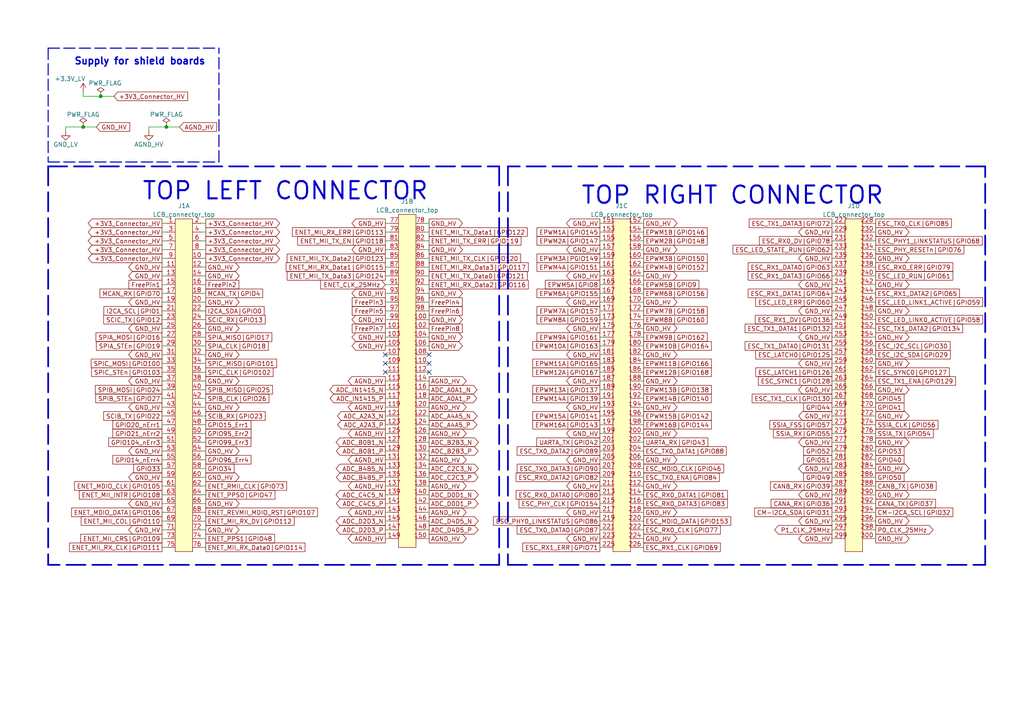
<source format=kicad_sch>
(kicad_sch (version 20211123) (generator eeschema)
  (paper "A4")
  (junction (at 29.21 27.94))
  (junction (at 48.26 36.83))
  (junction (at 24.13 36.83))
  (no_connect (at 124.46 107.95))
  (no_connect (at 124.46 102.87))
  (no_connect (at 111.76 107.95))
  (no_connect (at 124.46 105.41))
  (no_connect (at 111.76 105.41))
  (no_connect (at 111.76 102.87))
  (wire (pts (xy 111.76 130.81) (xy 113.03 130.81)))
  (wire (pts (xy 252.73 97.79) (xy 254 97.79)))
  (wire (pts (xy 241.3 85.09) (xy 242.57 85.09)))
  (wire (pts (xy 58.42 151.13) (xy 59.69 151.13)))
  (wire (pts (xy 173.99 67.31) (xy 175.26 67.31)))
  (wire (pts (xy 58.42 105.41) (xy 59.69 105.41)))
  (wire (pts (xy 173.99 95.25) (xy 175.26 95.25)))
  (wire (pts (xy 123.19 128.27) (xy 124.46 128.27)))
  (wire (pts (xy 46.99 64.77) (xy 48.26 64.77)))
  (wire (pts (xy 185.42 113.03) (xy 186.69 113.03)))
  (wire (pts (xy 241.3 102.87) (xy 242.57 102.87)))
  (wire (pts (xy 111.76 92.71) (xy 113.03 92.71)))
  (wire (pts (xy 46.99 148.59) (xy 48.26 148.59)))
  (wire (pts (xy 111.76 146.05) (xy 113.03 146.05)))
  (wire (pts (xy 111.76 64.77) (xy 113.03 64.77)))
  (wire (pts (xy 173.99 151.13) (xy 175.26 151.13)))
  (wire (pts (xy 252.73 87.63) (xy 254 87.63)))
  (polyline (pts (xy 285.75 163.83) (xy 285.75 48.26)) (stroke (width 0.5) (type dash)))
  (wire (pts (xy 185.42 67.31) (xy 186.69 67.31)))
  (wire (pts (xy 173.99 138.43) (xy 175.26 138.43)))
  (wire (pts (xy 58.42 146.05) (xy 59.69 146.05)))
  (wire (pts (xy 252.73 156.21) (xy 254 156.21)))
  (wire (pts (xy 111.76 148.59) (xy 113.03 148.59)))
  (wire (pts (xy 46.99 82.55) (xy 48.26 82.55)))
  (wire (pts (xy 58.42 80.01) (xy 59.69 80.01)))
  (wire (pts (xy 123.19 130.81) (xy 124.46 130.81)))
  (wire (pts (xy 58.42 110.49) (xy 59.69 110.49)))
  (wire (pts (xy 111.76 151.13) (xy 113.03 151.13)))
  (wire (pts (xy 185.42 138.43) (xy 186.69 138.43)))
  (wire (pts (xy 241.3 143.51) (xy 242.57 143.51)))
  (wire (pts (xy 241.3 130.81) (xy 242.57 130.81)))
  (wire (pts (xy 252.73 100.33) (xy 254 100.33)))
  (wire (pts (xy 111.76 72.39) (xy 113.03 72.39)))
  (wire (pts (xy 58.42 123.19) (xy 59.69 123.19)))
  (wire (pts (xy 173.99 77.47) (xy 175.26 77.47)))
  (wire (pts (xy 241.3 135.89) (xy 242.57 135.89)))
  (wire (pts (xy 185.42 92.71) (xy 186.69 92.71)))
  (wire (pts (xy 111.76 105.41) (xy 113.03 105.41)))
  (wire (pts (xy 123.19 123.19) (xy 124.46 123.19)))
  (wire (pts (xy 252.73 74.93) (xy 254 74.93)))
  (wire (pts (xy 27.94 36.83) (xy 24.13 36.83)))
  (wire (pts (xy 241.3 146.05) (xy 242.57 146.05)))
  (wire (pts (xy 46.99 128.27) (xy 48.26 128.27)))
  (wire (pts (xy 58.42 125.73) (xy 59.69 125.73)))
  (wire (pts (xy 173.99 115.57) (xy 175.26 115.57)))
  (wire (pts (xy 111.76 90.17) (xy 113.03 90.17)))
  (wire (pts (xy 58.42 77.47) (xy 59.69 77.47)))
  (polyline (pts (xy 285.75 48.26) (xy 147.32 48.26)) (stroke (width 0.5) (type dash)))
  (wire (pts (xy 241.3 67.31) (xy 242.57 67.31)))
  (wire (pts (xy 58.42 135.89) (xy 59.69 135.89)))
  (wire (pts (xy 241.3 151.13) (xy 242.57 151.13)))
  (wire (pts (xy 241.3 133.35) (xy 242.57 133.35)))
  (wire (pts (xy 252.73 64.77) (xy 254 64.77)))
  (wire (pts (xy 123.19 140.97) (xy 124.46 140.97)))
  (wire (pts (xy 29.21 27.94) (xy 24.13 27.94)))
  (wire (pts (xy 46.99 97.79) (xy 48.26 97.79)))
  (wire (pts (xy 185.42 130.81) (xy 186.69 130.81)))
  (wire (pts (xy 252.73 72.39) (xy 254 72.39)))
  (wire (pts (xy 173.99 143.51) (xy 175.26 143.51)))
  (wire (pts (xy 173.99 128.27) (xy 175.26 128.27)))
  (wire (pts (xy 111.76 67.31) (xy 113.03 67.31)))
  (wire (pts (xy 185.42 151.13) (xy 186.69 151.13)))
  (wire (pts (xy 123.19 87.63) (xy 124.46 87.63)))
  (wire (pts (xy 185.42 102.87) (xy 186.69 102.87)))
  (wire (pts (xy 111.76 80.01) (xy 113.03 80.01)))
  (wire (pts (xy 58.42 153.67) (xy 59.69 153.67)))
  (wire (pts (xy 241.3 95.25) (xy 242.57 95.25)))
  (wire (pts (xy 185.42 72.39) (xy 186.69 72.39)))
  (wire (pts (xy 185.42 64.77) (xy 186.69 64.77)))
  (wire (pts (xy 111.76 100.33) (xy 113.03 100.33)))
  (wire (pts (xy 173.99 148.59) (xy 175.26 148.59)))
  (wire (pts (xy 123.19 120.65) (xy 124.46 120.65)))
  (wire (pts (xy 123.19 82.55) (xy 124.46 82.55)))
  (wire (pts (xy 241.3 87.63) (xy 242.57 87.63)))
  (wire (pts (xy 185.42 156.21) (xy 186.69 156.21)))
  (wire (pts (xy 58.42 113.03) (xy 59.69 113.03)))
  (wire (pts (xy 123.19 156.21) (xy 124.46 156.21)))
  (wire (pts (xy 123.19 153.67) (xy 124.46 153.67)))
  (wire (pts (xy 111.76 95.25) (xy 113.03 95.25)))
  (wire (pts (xy 173.99 110.49) (xy 175.26 110.49)))
  (wire (pts (xy 185.42 135.89) (xy 186.69 135.89)))
  (wire (pts (xy 241.3 123.19) (xy 242.57 123.19)))
  (wire (pts (xy 123.19 143.51) (xy 124.46 143.51)))
  (wire (pts (xy 111.76 123.19) (xy 113.03 123.19)))
  (wire (pts (xy 252.73 146.05) (xy 254 146.05)))
  (wire (pts (xy 241.3 153.67) (xy 242.57 153.67)))
  (wire (pts (xy 46.99 80.01) (xy 48.26 80.01)))
  (wire (pts (xy 46.99 156.21) (xy 48.26 156.21)))
  (wire (pts (xy 58.42 143.51) (xy 59.69 143.51)))
  (wire (pts (xy 241.3 92.71) (xy 242.57 92.71)))
  (wire (pts (xy 46.99 135.89) (xy 48.26 135.89)))
  (wire (pts (xy 123.19 105.41) (xy 124.46 105.41)))
  (wire (pts (xy 58.42 87.63) (xy 59.69 87.63)))
  (wire (pts (xy 123.19 146.05) (xy 124.46 146.05)))
  (wire (pts (xy 123.19 115.57) (xy 124.46 115.57)))
  (wire (pts (xy 111.76 118.11) (xy 113.03 118.11)))
  (wire (pts (xy 241.3 120.65) (xy 242.57 120.65)))
  (wire (pts (xy 241.3 100.33) (xy 242.57 100.33)))
  (wire (pts (xy 252.73 95.25) (xy 254 95.25)))
  (wire (pts (xy 252.73 123.19) (xy 254 123.19)))
  (wire (pts (xy 58.42 97.79) (xy 59.69 97.79)))
  (wire (pts (xy 46.99 102.87) (xy 48.26 102.87)))
  (wire (pts (xy 123.19 125.73) (xy 124.46 125.73)))
  (wire (pts (xy 46.99 95.25) (xy 48.26 95.25)))
  (wire (pts (xy 185.42 87.63) (xy 186.69 87.63)))
  (wire (pts (xy 111.76 135.89) (xy 113.03 135.89)))
  (wire (pts (xy 111.76 153.67) (xy 113.03 153.67)))
  (wire (pts (xy 173.99 69.85) (xy 175.26 69.85)))
  (wire (pts (xy 58.42 92.71) (xy 59.69 92.71)))
  (wire (pts (xy 185.42 125.73) (xy 186.69 125.73)))
  (wire (pts (xy 123.19 74.93) (xy 124.46 74.93)))
  (wire (pts (xy 58.42 115.57) (xy 59.69 115.57)))
  (wire (pts (xy 173.99 158.75) (xy 175.26 158.75)))
  (polyline (pts (xy 144.78 163.83) (xy 13.97 163.83)) (stroke (width 0.5) (type dash)))
  (wire (pts (xy 58.42 138.43) (xy 59.69 138.43)))
  (wire (pts (xy 252.73 148.59) (xy 254 148.59)))
  (wire (pts (xy 252.73 69.85) (xy 254 69.85)))
  (wire (pts (xy 46.99 107.95) (xy 48.26 107.95)))
  (wire (pts (xy 58.42 120.65) (xy 59.69 120.65)))
  (wire (pts (xy 241.3 80.01) (xy 242.57 80.01)))
  (wire (pts (xy 185.42 95.25) (xy 186.69 95.25)))
  (polyline (pts (xy 147.32 163.83) (xy 285.75 163.83)) (stroke (width 0.5) (type dash)))
  (wire (pts (xy 173.99 87.63) (xy 175.26 87.63)))
  (wire (pts (xy 46.99 140.97) (xy 48.26 140.97)))
  (wire (pts (xy 185.42 128.27) (xy 186.69 128.27)))
  (wire (pts (xy 111.76 125.73) (xy 113.03 125.73)))
  (wire (pts (xy 185.42 143.51) (xy 186.69 143.51)))
  (wire (pts (xy 252.73 140.97) (xy 254 140.97)))
  (wire (pts (xy 241.3 118.11) (xy 242.57 118.11)))
  (wire (pts (xy 173.99 97.79) (xy 175.26 97.79)))
  (wire (pts (xy 123.19 107.95) (xy 124.46 107.95)))
  (wire (pts (xy 173.99 90.17) (xy 175.26 90.17)))
  (wire (pts (xy 46.99 74.93) (xy 48.26 74.93)))
  (wire (pts (xy 241.3 156.21) (xy 242.57 156.21)))
  (wire (pts (xy 241.3 138.43) (xy 242.57 138.43)))
  (wire (pts (xy 252.73 113.03) (xy 254 113.03)))
  (wire (pts (xy 252.73 125.73) (xy 254 125.73)))
  (wire (pts (xy 185.42 105.41) (xy 186.69 105.41)))
  (wire (pts (xy 173.99 123.19) (xy 175.26 123.19)))
  (wire (pts (xy 252.73 80.01) (xy 254 80.01)))
  (wire (pts (xy 252.73 82.55) (xy 254 82.55)))
  (wire (pts (xy 46.99 138.43) (xy 48.26 138.43)))
  (wire (pts (xy 173.99 107.95) (xy 175.26 107.95)))
  (polyline (pts (xy 13.97 48.26) (xy 13.97 163.83)) (stroke (width 0.5) (type dash)))
  (wire (pts (xy 111.76 115.57) (xy 113.03 115.57)))
  (wire (pts (xy 173.99 113.03) (xy 175.26 113.03)))
  (wire (pts (xy 24.13 36.83) (xy 19.05 36.83)))
  (wire (pts (xy 46.99 87.63) (xy 48.26 87.63)))
  (wire (pts (xy 252.73 92.71) (xy 254 92.71)))
  (polyline (pts (xy 144.78 48.26) (xy 144.78 163.83)) (stroke (width 0.5) (type dash)))
  (wire (pts (xy 58.42 85.09) (xy 59.69 85.09)))
  (wire (pts (xy 241.3 113.03) (xy 242.57 113.03)))
  (wire (pts (xy 46.99 130.81) (xy 48.26 130.81)))
  (wire (pts (xy 173.99 156.21) (xy 175.26 156.21)))
  (wire (pts (xy 123.19 148.59) (xy 124.46 148.59)))
  (wire (pts (xy 252.73 105.41) (xy 254 105.41)))
  (wire (pts (xy 111.76 82.55) (xy 113.03 82.55)))
  (wire (pts (xy 111.76 87.63) (xy 113.03 87.63)))
  (wire (pts (xy 123.19 64.77) (xy 124.46 64.77)))
  (wire (pts (xy 252.73 135.89) (xy 254 135.89)))
  (wire (pts (xy 185.42 146.05) (xy 186.69 146.05)))
  (wire (pts (xy 185.42 110.49) (xy 186.69 110.49)))
  (wire (pts (xy 123.19 72.39) (xy 124.46 72.39)))
  (wire (pts (xy 111.76 133.35) (xy 113.03 133.35)))
  (wire (pts (xy 173.99 82.55) (xy 175.26 82.55)))
  (wire (pts (xy 123.19 97.79) (xy 124.46 97.79)))
  (wire (pts (xy 241.3 125.73) (xy 242.57 125.73)))
  (wire (pts (xy 173.99 133.35) (xy 175.26 133.35)))
  (polyline (pts (xy 63.5 46.99) (xy 63.5 13.97)) (stroke (width 0.3)))
  (wire (pts (xy 123.19 77.47) (xy 124.46 77.47)))
  (wire (pts (xy 241.3 74.93) (xy 242.57 74.93)))
  (wire (pts (xy 58.42 90.17) (xy 59.69 90.17)))
  (wire (pts (xy 123.19 95.25) (xy 124.46 95.25)))
  (wire (pts (xy 111.76 69.85) (xy 113.03 69.85)))
  (wire (pts (xy 173.99 100.33) (xy 175.26 100.33)))
  (wire (pts (xy 46.99 115.57) (xy 48.26 115.57)))
  (wire (pts (xy 173.99 85.09) (xy 175.26 85.09)))
  (wire (pts (xy 241.3 64.77) (xy 242.57 64.77)))
  (wire (pts (xy 46.99 133.35) (xy 48.26 133.35)))
  (wire (pts (xy 123.19 85.09) (xy 124.46 85.09)))
  (wire (pts (xy 241.3 77.47) (xy 242.57 77.47)))
  (wire (pts (xy 173.99 146.05) (xy 175.26 146.05)))
  (wire (pts (xy 58.42 118.11) (xy 59.69 118.11)))
  (wire (pts (xy 185.42 107.95) (xy 186.69 107.95)))
  (wire (pts (xy 111.76 110.49) (xy 113.03 110.49)))
  (wire (pts (xy 185.42 115.57) (xy 186.69 115.57)))
  (polyline (pts (xy 147.32 48.26) (xy 147.32 163.83)) (stroke (width 0.5) (type dash)))
  (wire (pts (xy 173.99 74.93) (xy 175.26 74.93)))
  (wire (pts (xy 111.76 107.95) (xy 113.03 107.95)))
  (wire (pts (xy 58.42 72.39) (xy 59.69 72.39)))
  (wire (pts (xy 252.73 130.81) (xy 254 130.81)))
  (wire (pts (xy 252.73 77.47) (xy 254 77.47)))
  (wire (pts (xy 46.99 151.13) (xy 48.26 151.13)))
  (wire (pts (xy 123.19 90.17) (xy 124.46 90.17)))
  (wire (pts (xy 58.42 148.59) (xy 59.69 148.59)))
  (wire (pts (xy 185.42 90.17) (xy 186.69 90.17)))
  (wire (pts (xy 185.42 123.19) (xy 186.69 123.19)))
  (wire (pts (xy 123.19 135.89) (xy 124.46 135.89)))
  (wire (pts (xy 58.42 102.87) (xy 59.69 102.87)))
  (wire (pts (xy 185.42 77.47) (xy 186.69 77.47)))
  (wire (pts (xy 46.99 85.09) (xy 48.26 85.09)))
  (wire (pts (xy 241.3 90.17) (xy 242.57 90.17)))
  (wire (pts (xy 252.73 110.49) (xy 254 110.49)))
  (polyline (pts (xy 13.97 13.97) (xy 63.5 13.97)) (stroke (width 0.3)))
  (wire (pts (xy 185.42 148.59) (xy 186.69 148.59)))
  (wire (pts (xy 111.76 85.09) (xy 113.03 85.09)))
  (wire (pts (xy 241.3 97.79) (xy 242.57 97.79)))
  (wire (pts (xy 111.76 128.27) (xy 113.03 128.27)))
  (wire (pts (xy 58.42 130.81) (xy 59.69 130.81)))
  (polyline (pts (xy 13.97 46.99) (xy 63.5 46.99)) (stroke (width 0.3)))
  (wire (pts (xy 241.3 110.49) (xy 242.57 110.49)))
  (wire (pts (xy 58.42 64.77) (xy 59.69 64.77)))
  (wire (pts (xy 173.99 102.87) (xy 175.26 102.87)))
  (wire (pts (xy 46.99 67.31) (xy 48.26 67.31)))
  (wire (pts (xy 58.42 100.33) (xy 59.69 100.33)))
  (wire (pts (xy 46.99 143.51) (xy 48.26 143.51)))
  (wire (pts (xy 185.42 74.93) (xy 186.69 74.93)))
  (wire (pts (xy 46.99 105.41) (xy 48.26 105.41)))
  (wire (pts (xy 241.3 140.97) (xy 242.57 140.97)))
  (wire (pts (xy 111.76 77.47) (xy 113.03 77.47)))
  (wire (pts (xy 123.19 67.31) (xy 124.46 67.31)))
  (wire (pts (xy 252.73 138.43) (xy 254 138.43)))
  (wire (pts (xy 185.42 82.55) (xy 186.69 82.55)))
  (wire (pts (xy 123.19 102.87) (xy 124.46 102.87)))
  (wire (pts (xy 252.73 143.51) (xy 254 143.51)))
  (wire (pts (xy 185.42 80.01) (xy 186.69 80.01)))
  (wire (pts (xy 252.73 133.35) (xy 254 133.35)))
  (wire (pts (xy 46.99 72.39) (xy 48.26 72.39)))
  (wire (pts (xy 58.42 95.25) (xy 59.69 95.25)))
  (wire (pts (xy 46.99 110.49) (xy 48.26 110.49)))
  (wire (pts (xy 111.76 156.21) (xy 113.03 156.21)))
  (wire (pts (xy 173.99 118.11) (xy 175.26 118.11)))
  (wire (pts (xy 111.76 138.43) (xy 113.03 138.43)))
  (wire (pts (xy 52.07 36.83) (xy 48.26 36.83)))
  (wire (pts (xy 58.42 74.93) (xy 59.69 74.93)))
  (wire (pts (xy 185.42 158.75) (xy 186.69 158.75)))
  (wire (pts (xy 46.99 123.19) (xy 48.26 123.19)))
  (wire (pts (xy 173.99 140.97) (xy 175.26 140.97)))
  (wire (pts (xy 111.76 113.03) (xy 113.03 113.03)))
  (wire (pts (xy 46.99 90.17) (xy 48.26 90.17)))
  (wire (pts (xy 173.99 130.81) (xy 175.26 130.81)))
  (wire (pts (xy 123.19 92.71) (xy 124.46 92.71)))
  (wire (pts (xy 173.99 153.67) (xy 175.26 153.67)))
  (wire (pts (xy 58.42 107.95) (xy 59.69 107.95)))
  (wire (pts (xy 252.73 118.11) (xy 254 118.11)))
  (wire (pts (xy 111.76 102.87) (xy 113.03 102.87)))
  (wire (pts (xy 173.99 92.71) (xy 175.26 92.71)))
  (polyline (pts (xy 13.97 13.97) (xy 13.97 46.99)) (stroke (width 0.3)))
  (wire (pts (xy 252.73 115.57) (xy 254 115.57)))
  (wire (pts (xy 58.42 82.55) (xy 59.69 82.55)))
  (wire (pts (xy 111.76 120.65) (xy 113.03 120.65)))
  (wire (pts (xy 185.42 120.65) (xy 186.69 120.65)))
  (wire (pts (xy 19.05 36.83) (xy 19.05 38.1)))
  (wire (pts (xy 241.3 69.85) (xy 242.57 69.85)))
  (wire (pts (xy 123.19 138.43) (xy 124.46 138.43)))
  (wire (pts (xy 24.13 26.67) (xy 24.13 27.94)))
  (polyline (pts (xy 13.97 48.26) (xy 144.78 48.26)) (stroke (width 0.5) (type dash)))
  (wire (pts (xy 241.3 148.59) (xy 242.57 148.59)))
  (wire (pts (xy 173.99 80.01) (xy 175.26 80.01)))
  (wire (pts (xy 173.99 64.77) (xy 175.26 64.77)))
  (wire (pts (xy 58.42 67.31) (xy 59.69 67.31)))
  (wire (pts (xy 43.18 36.83) (xy 43.18 38.1)))
  (wire (pts (xy 252.73 151.13) (xy 254 151.13)))
  (wire (pts (xy 185.42 118.11) (xy 186.69 118.11)))
  (wire (pts (xy 58.42 133.35) (xy 59.69 133.35)))
  (wire (pts (xy 48.26 36.83) (xy 43.18 36.83)))
  (wire (pts (xy 123.19 80.01) (xy 124.46 80.01)))
  (wire (pts (xy 46.99 100.33) (xy 48.26 100.33)))
  (wire (pts (xy 173.99 125.73) (xy 175.26 125.73)))
  (wire (pts (xy 252.73 107.95) (xy 254 107.95)))
  (wire (pts (xy 185.42 69.85) (xy 186.69 69.85)))
  (wire (pts (xy 252.73 120.65) (xy 254 120.65)))
  (wire (pts (xy 33.02 27.94) (xy 29.21 27.94)))
  (wire (pts (xy 185.42 100.33) (xy 186.69 100.33)))
  (wire (pts (xy 252.73 153.67) (xy 254 153.67)))
  (wire (pts (xy 241.3 115.57) (xy 242.57 115.57)))
  (wire (pts (xy 241.3 128.27) (xy 242.57 128.27)))
  (wire (pts (xy 46.99 69.85) (xy 48.26 69.85)))
  (wire (pts (xy 252.73 90.17) (xy 254 90.17)))
  (wire (pts (xy 185.42 97.79) (xy 186.69 97.79)))
  (wire (pts (xy 46.99 77.47) (xy 48.26 77.47)))
  (wire (pts (xy 241.3 82.55) (xy 242.57 82.55)))
  (wire (pts (xy 252.73 67.31) (xy 254 67.31)))
  (wire (pts (xy 123.19 151.13) (xy 124.46 151.13)))
  (wire (pts (xy 111.76 140.97) (xy 113.03 140.97)))
  (wire (pts (xy 123.19 100.33) (xy 124.46 100.33)))
  (wire (pts (xy 58.42 156.21) (xy 59.69 156.21)))
  (wire (pts (xy 241.3 107.95) (xy 242.57 107.95)))
  (wire (pts (xy 58.42 158.75) (xy 59.69 158.75)))
  (wire (pts (xy 46.99 120.65) (xy 48.26 120.65)))
  (wire (pts (xy 123.19 113.03) (xy 124.46 113.03)))
  (wire (pts (xy 123.19 69.85) (xy 124.46 69.85)))
  (wire (pts (xy 241.3 72.39) (xy 242.57 72.39)))
  (wire (pts (xy 173.99 72.39) (xy 175.26 72.39)))
  (wire (pts (xy 185.42 153.67) (xy 186.69 153.67)))
  (wire (pts (xy 46.99 92.71) (xy 48.26 92.71)))
  (wire (pts (xy 58.42 69.85) (xy 59.69 69.85)))
  (wire (pts (xy 46.99 118.11) (xy 48.26 118.11)))
  (wire (pts (xy 252.73 128.27) (xy 254 128.27)))
  (wire (pts (xy 185.42 133.35) (xy 186.69 133.35)))
  (wire (pts (xy 252.73 85.09) (xy 254 85.09)))
  (wire (pts (xy 46.99 113.03) (xy 48.26 113.03)))
  (wire (pts (xy 173.99 105.41) (xy 175.26 105.41)))
  (wire (pts (xy 46.99 146.05) (xy 48.26 146.05)))
  (wire (pts (xy 185.42 85.09) (xy 186.69 85.09)))
  (wire (pts (xy 111.76 143.51) (xy 113.03 143.51)))
  (wire (pts (xy 123.19 133.35) (xy 124.46 133.35)))
  (wire (pts (xy 46.99 125.73) (xy 48.26 125.73)))
  (wire (pts (xy 46.99 158.75) (xy 48.26 158.75)))
  (wire (pts (xy 123.19 118.11) (xy 124.46 118.11)))
  (wire (pts (xy 241.3 105.41) (xy 242.57 105.41)))
  (wire (pts (xy 111.76 97.79) (xy 113.03 97.79)))
  (wire (pts (xy 111.76 74.93) (xy 113.03 74.93)))
  (wire (pts (xy 185.42 140.97) (xy 186.69 140.97)))
  (wire (pts (xy 252.73 102.87) (xy 254 102.87)))
  (wire (pts (xy 123.19 110.49) (xy 124.46 110.49)))
  (wire (pts (xy 46.99 153.67) (xy 48.26 153.67)))
  (wire (pts (xy 173.99 135.89) (xy 175.26 135.89)))
  (wire (pts (xy 58.42 140.97) (xy 59.69 140.97)))
  (wire (pts (xy 173.99 120.65) (xy 175.26 120.65)))
  (wire (pts (xy 58.42 128.27) (xy 59.69 128.27)))
  (text "TOP RIGHT CONNECTOR" (at 256.54 59.69 180) (effects (font (size 5 5) (thickness 0.6) bold) (justify right bottom)))
  (text "Supply for shield boards" (at 59.69 19.05 180) (effects (font (size 2 2) (thickness 0.4) bold) (justify right bottom)))
  (text "TOP LEFT CONNECTOR" (at 124.46 58.42 180) (effects (font (size 5 5) (thickness 0.6) bold) (justify right bottom)))
  (global_label "EPWM9B|GPIO162" (shape passive) (at 186.69 97.79 0) (property "Intersheet References" "${INTERSHEET_REFS}" (effects hide)))
  (global_label "EPWM13A|GPIO137" (shape passive) (at 173.99 113.03 180) (property "Intersheet References" "${INTERSHEET_REFS}" (effects hide)))
  (global_label "ADC_IN1415_P" (shape output) (at 111.76 115.57 180) (property "Intersheet References" "${INTERSHEET_REFS}" (effects hide)))
  (global_label "ADC_C4C5_N" (shape output) (at 111.76 143.51 180) (property "Intersheet References" "${INTERSHEET_REFS}" (effects hide)))
  (global_label "ADC_D0D1_P" (shape output) (at 124.46 146.05 0) (property "Intersheet References" "${INTERSHEET_REFS}" (effects hide)))
  (global_label "ESC_SYNC0|GPIO127" (shape passive) (at 254 107.95 0) (property "Intersheet References" "${INTERSHEET_REFS}" (effects hide)))
  (global_label "ESC_RX0_ERR|GPIO79" (shape passive) (at 254 77.47 0) (property "Intersheet References" "${INTERSHEET_REFS}" (effects hide)))
  (global_label "AGND_HV" (shape output) (at 124.46 133.35 0) (property "Intersheet References" "${INTERSHEET_REFS}" (effects hide)))
  (global_label "GND_HV" (shape output) (at 241.3 105.41 180) (property "Intersheet References" "${INTERSHEET_REFS}" (effects hide)))
  (global_label "ADC_A4A5_N" (shape output) (at 124.46 120.65 0) (property "Intersheet References" "${INTERSHEET_REFS}" (effects hide)))
  (global_label "GND_HV" (shape output) (at 254 74.93 0) (property "Intersheet References" "${INTERSHEET_REFS}" (effects hide)))
  (global_label "ENET_PPS1|GPIO48" (shape passive) (at 59.69 156.21 0) (property "Intersheet References" "${INTERSHEET_REFS}" (effects hide)))
  (global_label "+3V3_Connector_HV" (shape output) (at 59.69 69.85 0) (property "Intersheet References" "${INTERSHEET_REFS}" (effects hide)))
  (global_label "ADC_D4D5_N" (shape output) (at 124.46 151.13 0) (property "Intersheet References" "${INTERSHEET_REFS}" (effects hide)))
  (global_label "ESC_TX1_DATA3|GPIO72" (shape passive) (at 241.3 64.77 180) (property "Intersheet References" "${INTERSHEET_REFS}" (effects hide)))
  (global_label "GND_HV" (shape output) (at 241.3 90.17 180) (property "Intersheet References" "${INTERSHEET_REFS}" (effects hide)))
  (global_label "GND_HV" (shape output) (at 59.69 146.05 0) (property "Intersheet References" "${INTERSHEET_REFS}" (effects hide)))
  (global_label "GND_HV" (shape output) (at 241.3 113.03 180) (property "Intersheet References" "${INTERSHEET_REFS}" (effects hide)))
  (global_label "GND_HV" (shape output) (at 46.99 87.63 180) (property "Intersheet References" "${INTERSHEET_REFS}" (effects hide)))
  (global_label "ADC_IN1415_N" (shape output) (at 111.76 113.03 180) (property "Intersheet References" "${INTERSHEET_REFS}" (effects hide)))
  (global_label "GND_HV" (shape output) (at 46.99 102.87 180) (property "Intersheet References" "${INTERSHEET_REFS}" (effects hide)))
  (global_label "AGND_HV" (shape output) (at 111.76 148.59 180) (property "Intersheet References" "${INTERSHEET_REFS}" (effects hide)))
  (global_label "EPWM10B|GPIO164" (shape passive) (at 186.69 100.33 0) (property "Intersheet References" "${INTERSHEET_REFS}" (effects hide)))
  (global_label "ENET_MII_TX_CLK|GPIO120" (shape passive) (at 124.46 74.93 0) (property "Intersheet References" "${INTERSHEET_REFS}" (effects hide)))
  (global_label "SPIC_CLK|GPIO102" (shape passive) (at 59.69 107.95 0) (property "Intersheet References" "${INTERSHEET_REFS}" (effects hide)))
  (global_label "ESC_PHY1_LINKSTATUS|GPIO68" (shape passive) (at 254 69.85 0) (property "Intersheet References" "${INTERSHEET_REFS}" (effects hide)))
  (global_label "+3V3_Connector_HV" (shape output) (at 46.99 64.77 180) (property "Intersheet References" "${INTERSHEET_REFS}" (effects hide)))
  (global_label "CANA_TX|GPIO37" (shape passive) (at 254 146.05 0) (property "Intersheet References" "${INTERSHEET_REFS}" (effects hide)))
  (global_label "ESC_RX0_DATA2|GPIO82" (shape passive) (at 173.99 138.43 180) (property "Intersheet References" "${INTERSHEET_REFS}" (effects hide)))
  (global_label "EPWM16B|GPIO144" (shape passive) (at 186.69 123.19 0) (property "Intersheet References" "${INTERSHEET_REFS}" (effects hide)))
  (global_label "SCIB_RX|GPIO23" (shape passive) (at 59.69 120.65 0) (property "Intersheet References" "${INTERSHEET_REFS}" (effects hide)))
  (global_label "ENET_MII_RX_Data3|GPIO117" (shape passive) (at 124.46 77.47 0) (property "Intersheet References" "${INTERSHEET_REFS}" (effects hide)))
  (global_label "CANB_RX|GPIO39" (shape passive) (at 241.3 140.97 180) (property "Intersheet References" "${INTERSHEET_REFS}" (effects hide)))
  (global_label "ENET_MII_TX_Data1|GPIO122" (shape passive) (at 124.46 67.31 0) (property "Intersheet References" "${INTERSHEET_REFS}" (effects hide)))
  (global_label "GND_HV" (shape output) (at 254 156.21 0) (property "Intersheet References" "${INTERSHEET_REFS}" (effects hide)))
  (global_label "GND_HV" (shape output) (at 186.69 110.49 0) (property "Intersheet References" "${INTERSHEET_REFS}" (effects hide)))
  (global_label "EPWM8A|GPIO159" (shape passive) (at 173.99 92.71 180) (property "Intersheet References" "${INTERSHEET_REFS}" (effects hide)))
  (global_label "SCIB_TX|GPIO22" (shape passive) (at 46.99 120.65 180) (property "Intersheet References" "${INTERSHEET_REFS}" (effects hide)))
  (global_label "GND_HV" (shape output) (at 111.76 100.33 180) (property "Intersheet References" "${INTERSHEET_REFS}" (effects hide)))
  (global_label "GND_HV" (shape output) (at 59.69 95.25 0) (property "Intersheet References" "${INTERSHEET_REFS}" (effects hide)))
  (global_label "GPIO49" (shape passive) (at 241.3 138.43 180) (property "Intersheet References" "${INTERSHEET_REFS}" (effects hide)))
  (global_label "GND_HV" (shape output) (at 173.99 72.39 180) (property "Intersheet References" "${INTERSHEET_REFS}" (effects hide)))
  (global_label "FreePin5" (shape passive) (at 111.76 90.17 180) (property "Intersheet References" "${INTERSHEET_REFS}" (effects hide)))
  (global_label "SSIA_CLK|GPIO56" (shape passive) (at 254 123.19 0) (property "Intersheet References" "${INTERSHEET_REFS}" (effects hide)))
  (global_label "P1_CLK_25MHz" (shape output) (at 241.3 153.67 180) (property "Intersheet References" "${INTERSHEET_REFS}" (effects hide)))
  (global_label "GND_HV" (shape output) (at 124.46 85.09 0) (property "Intersheet References" "${INTERSHEET_REFS}" (effects hide)))
  (global_label "ENET_MII_RX_Data0|GPIO114" (shape passive) (at 59.69 158.75 0) (property "Intersheet References" "${INTERSHEET_REFS}" (effects hide)))
  (global_label "ESC_RX1_DATA1|GPIO64" (shape passive) (at 241.3 85.09 180) (property "Intersheet References" "${INTERSHEET_REFS}" (effects hide)))
  (global_label "ESC_TX1_DATA2|GPIO134" (shape passive) (at 254 95.25 0) (property "Intersheet References" "${INTERSHEET_REFS}" (effects hide)))
  (global_label "ENET_RMII_CLK|GPIO73" (shape passive) (at 59.69 140.97 0) (property "Intersheet References" "${INTERSHEET_REFS}" (effects hide)))
  (global_label "AGND_HV" (shape output) (at 111.76 125.73 180) (property "Intersheet References" "${INTERSHEET_REFS}" (effects hide)))
  (global_label "ENET_MII_INTR|GPIO108" (shape passive) (at 46.99 143.51 180) (property "Intersheet References" "${INTERSHEET_REFS}" (effects hide)))
  (global_label "GND_HV" (shape output) (at 111.76 72.39 180) (property "Intersheet References" "${INTERSHEET_REFS}" (effects hide)))
  (global_label "ESC_PHY0_LINKSTATUS|GPIO86" (shape passive) (at 173.99 151.13 180) (property "Intersheet References" "${INTERSHEET_REFS}" (effects hide)))
  (global_label "GND_HV" (shape output) (at 186.69 80.01 0) (property "Intersheet References" "${INTERSHEET_REFS}" (effects hide)))
  (global_label "GND_HV" (shape output) (at 173.99 64.77 180) (property "Intersheet References" "${INTERSHEET_REFS}" (effects hide)))
  (global_label "ENET_MII_TX_Data2|GPIO123" (shape passive) (at 111.76 74.93 180) (property "Intersheet References" "${INTERSHEET_REFS}" (effects hide)))
  (global_label "ADC_C2C3_P" (shape output) (at 124.46 138.43 0) (property "Intersheet References" "${INTERSHEET_REFS}" (effects hide)))
  (global_label "ESC_RX0_CLK|GPIO77" (shape passive) (at 186.69 153.67 0) (property "Intersheet References" "${INTERSHEET_REFS}" (effects hide)))
  (global_label "ESC_MDIO_CLK|GPIO46" (shape passive) (at 186.69 135.89 0) (property "Intersheet References" "${INTERSHEET_REFS}" (effects hide)))
  (global_label "ENET_MII_TX_Data0|GPIO121" (shape passive) (at 124.46 80.01 0) (property "Intersheet References" "${INTERSHEET_REFS}" (effects hide)))
  (global_label "ESC_RX0_DV|GPIO78" (shape passive) (at 241.3 69.85 180) (property "Intersheet References" "${INTERSHEET_REFS}" (effects hide)))
  (global_label "GND_HV" (shape output) (at 186.69 72.39 0) (property "Intersheet References" "${INTERSHEET_REFS}" (effects hide)))
  (global_label "EPWM1B|GPIO146" (shape passive) (at 186.69 67.31 0) (property "Intersheet References" "${INTERSHEET_REFS}" (effects hide)))
  (global_label "CM-I2CA_SDA|GPIO31" (shape passive) (at 241.3 148.59 180) (property "Intersheet References" "${INTERSHEET_REFS}" (effects hide)))
  (global_label "+3V3_Connector_HV" (shape input) (at 33.02 27.94 0) (property "Intersheet References" "${INTERSHEET_REFS}" (effects hide)))
  (global_label "SPIA_STEn|GPIO19" (shape passive) (at 46.99 100.33 180) (property "Intersheet References" "${INTERSHEET_REFS}" (effects hide)))
  (global_label "GND_HV" (shape output) (at 254 151.13 0) (property "Intersheet References" "${INTERSHEET_REFS}" (effects hide)))
  (global_label "GND_HV" (shape output) (at 111.76 64.77 180) (property "Intersheet References" "${INTERSHEET_REFS}" (effects hide)))
  (global_label "FreePin3" (shape passive) (at 111.76 87.63 180) (property "Intersheet References" "${INTERSHEET_REFS}" (effects hide)))
  (global_label "SPIB_CLK|GPIO26" (shape passive) (at 59.69 115.57 0) (property "Intersheet References" "${INTERSHEET_REFS}" (effects hide)))
  (global_label "AGND_HV" (shape output) (at 111.76 110.49 180) (property "Intersheet References" "${INTERSHEET_REFS}" (effects hide)))
  (global_label "ESC_LED_LINK1_ACTIVE|GPIO59" (shape passive) (at 254 87.63 0) (property "Intersheet References" "${INTERSHEET_REFS}" (effects hide)))
  (global_label "ENET_CLK_25MHz" (shape input) (at 111.76 82.55 180) (property "Intersheet References" "${INTERSHEET_REFS}" (effects hide)))
  (global_label "ADC_D0D1_N" (shape output) (at 124.46 143.51 0) (property "Intersheet References" "${INTERSHEET_REFS}" (effects hide)))
  (global_label "GND_HV" (shape output) (at 59.69 138.43 0) (property "Intersheet References" "${INTERSHEET_REFS}" (effects hide)))
  (global_label "ENET_MDIO_DATA|GPIO106" (shape passive) (at 46.99 148.59 180) (property "Intersheet References" "${INTERSHEET_REFS}" (effects hide)))
  (global_label "FreePin7" (shape passive) (at 111.76 95.25 180) (property "Intersheet References" "${INTERSHEET_REFS}" (effects hide)))
  (global_label "ESC_TX1_CLK|GPIO130" (shape passive) (at 241.3 115.57 180) (property "Intersheet References" "${INTERSHEET_REFS}" (effects hide)))
  (global_label "SPIB_MISO|GPIO25" (shape passive) (at 59.69 113.03 0) (property "Intersheet References" "${INTERSHEET_REFS}" (effects hide)))
  (global_label "FreePin4" (shape passive) (at 124.46 87.63 0) (property "Intersheet References" "${INTERSHEET_REFS}" (effects hide)))
  (global_label "CM-I2CA_SCL|GPIO32" (shape passive) (at 254 148.59 0) (property "Intersheet References" "${INTERSHEET_REFS}" (effects hide)))
  (global_label "UARTA_RX|GPIO43" (shape passive) (at 186.69 128.27 0) (property "Intersheet References" "${INTERSHEET_REFS}" (effects hide)))
  (global_label "EPWM14B|GPIO140" (shape passive) (at 186.69 115.57 0) (property "Intersheet References" "${INTERSHEET_REFS}" (effects hide)))
  (global_label "GND_HV" (shape output) (at 46.99 77.47 180) (property "Intersheet References" "${INTERSHEET_REFS}" (effects hide)))
  (global_label "ADC_A2A3_N" (shape output) (at 111.76 120.65 180) (property "Intersheet References" "${INTERSHEET_REFS}" (effects hide)))
  (global_label "GND_HV" (shape output) (at 241.3 135.89 180) (property "Intersheet References" "${INTERSHEET_REFS}" (effects hide)))
  (global_label "GND_HV" (shape output) (at 111.76 97.79 180) (property "Intersheet References" "${INTERSHEET_REFS}" (effects hide)))
  (global_label "ESC_TX0_DATA0|GPIO87" (shape passive) (at 173.99 153.67 180) (property "Intersheet References" "${INTERSHEET_REFS}" (effects hide)))
  (global_label "GPIO53" (shape passive) (at 254 130.81 0) (property "Intersheet References" "${INTERSHEET_REFS}" (effects hide)))
  (global_label "ENET_MDIO_CLK|GPIO105" (shape passive) (at 46.99 140.97 180) (property "Intersheet References" "${INTERSHEET_REFS}" (effects hide)))
  (global_label "GND_HV" (shape output) (at 254 82.55 0) (property "Intersheet References" "${INTERSHEET_REFS}" (effects hide)))
  (global_label "ENET_MII_TX_ERR|GPIO119" (shape passive) (at 124.46 69.85 0) (property "Intersheet References" "${INTERSHEET_REFS}" (effects hide)))
  (global_label "GPIO104_nErr3" (shape passive) (at 46.99 128.27 180) (property "Intersheet References" "${INTERSHEET_REFS}" (effects hide)))
  (global_label "GND_HV" (shape output) (at 46.99 95.25 180) (property "Intersheet References" "${INTERSHEET_REFS}" (effects hide)))
  (global_label "GPIO21_nErr2" (shape passive) (at 46.99 125.73 180) (property "Intersheet References" "${INTERSHEET_REFS}" (effects hide)))
  (global_label "AGND_HV" (shape output) (at 124.46 148.59 0) (property "Intersheet References" "${INTERSHEET_REFS}" (effects hide)))
  (global_label "MCAN_RX|GPIO70" (shape passive) (at 46.99 85.09 180) (property "Intersheet References" "${INTERSHEET_REFS}" (effects hide)))
  (global_label "ADC_B4B5_N" (shape output) (at 111.76 135.89 180) (property "Intersheet References" "${INTERSHEET_REFS}" (effects hide)))
  (global_label "EPWM6A|GPIO155" (shape passive) (at 173.99 85.09 180) (property "Intersheet References" "${INTERSHEET_REFS}" (effects hide)))
  (global_label "ESC_LED_RUN|GPIO61" (shape passive) (at 254 80.01 0) (property "Intersheet References" "${INTERSHEET_REFS}" (effects hide)))
  (global_label "ADC_C4C5_P" (shape output) (at 111.76 146.05 180) (property "Intersheet References" "${INTERSHEET_REFS}" (effects hide)))
  (global_label "AGND_HV" (shape output) (at 124.46 118.11 0) (property "Intersheet References" "${INTERSHEET_REFS}" (effects hide)))
  (global_label "SSIA_RX|GPIO55" (shape passive) (at 241.3 125.73 180) (property "Intersheet References" "${INTERSHEET_REFS}" (effects hide)))
  (global_label "GND_HV" (shape output) (at 59.69 110.49 0) (property "Intersheet References" "${INTERSHEET_REFS}" (effects hide)))
  (global_label "GND_HV" (shape output) (at 46.99 118.11 180) (property "Intersheet References" "${INTERSHEET_REFS}" (effects hide)))
  (global_label "FreePin2" (shape passive) (at 59.69 82.55 0) (property "Intersheet References" "${INTERSHEET_REFS}" (effects hide)))
  (global_label "GND_HV" (shape output) (at 173.99 110.49 180) (property "Intersheet References" "${INTERSHEET_REFS}" (effects hide)))
  (global_label "ENET_MII_TX_EN|GPIO118" (shape passive) (at 111.76 69.85 180) (property "Intersheet References" "${INTERSHEET_REFS}" (effects hide)))
  (global_label "GPIO40" (shape passive) (at 254 133.35 0) (property "Intersheet References" "${INTERSHEET_REFS}" (effects hide)))
  (global_label "GND_HV" (shape output) (at 254 143.51 0) (property "Intersheet References" "${INTERSHEET_REFS}" (effects hide)))
  (global_label "EPWM13B|GPIO138" (shape passive) (at 186.69 113.03 0) (property "Intersheet References" "${INTERSHEET_REFS}" (effects hide)))
  (global_label "ESC_RX0_DATA1|GPIO81" (shape passive) (at 186.69 143.51 0) (property "Intersheet References" "${INTERSHEET_REFS}" (effects hide)))
  (global_label "MCAN_TX|GPIO4" (shape passive) (at 59.69 85.09 0) (property "Intersheet References" "${INTERSHEET_REFS}" (effects hide)))
  (global_label "GPIO50" (shape passive) (at 254 138.43 0) (property "Intersheet References" "${INTERSHEET_REFS}" (effects hide)))
  (global_label "ADC_B2B3_P" (shape output) (at 124.46 130.81 0) (property "Intersheet References" "${INTERSHEET_REFS}" (effects hide)))
  (global_label "ENET_MII_RX_ERR|GPIO113" (shape passive) (at 111.76 67.31 180) (property "Intersheet References" "${INTERSHEET_REFS}" (effects hide)))
  (global_label "AGND_HV" (shape output) (at 124.46 110.49 0) (property "Intersheet References" "${INTERSHEET_REFS}" (effects hide)))
  (global_label "EPWM9A|GPIO161" (shape passive) (at 173.99 97.79 180) (property "Intersheet References" "${INTERSHEET_REFS}" (effects hide)))
  (global_label "ADC_D2D3_P" (shape output) (at 111.76 153.67 180) (property "Intersheet References" "${INTERSHEET_REFS}" (effects hide)))
  (global_label "EPWM11A|GPIO165" (shape passive) (at 173.99 105.41 180) (property "Intersheet References" "${INTERSHEET_REFS}" (effects hide)))
  (global_label "EPWM16A|GPIO143" (shape passive) (at 173.99 123.19 180) (property "Intersheet References" "${INTERSHEET_REFS}" (effects hide)))
  (global_label "GND_HV" (shape output) (at 254 97.79 0) (property "Intersheet References" "${INTERSHEET_REFS}" (effects hide)))
  (global_label "GND_HV" (shape input) (at 27.94 36.83 0) (property "Intersheet References" "${INTERSHEET_REFS}" (effects hide)))
  (global_label "ESC_SYNC1|GPIO128" (shape passive) (at 241.3 110.49 180) (property "Intersheet References" "${INTERSHEET_REFS}" (effects hide)))
  (global_label "ADC_D2D3_N" (shape output) (at 111.76 151.13 180) (property "Intersheet References" "${INTERSHEET_REFS}" (effects hide)))
  (global_label "+3V3_Connector_HV" (shape output) (at 59.69 74.93 0) (property "Intersheet References" "${INTERSHEET_REFS}" (effects hide)))
  (global_label "GND_HV" (shape output) (at 186.69 102.87 0) (property "Intersheet References" "${INTERSHEET_REFS}" (effects hide)))
  (global_label "ESC_TX0_DATA2|GPIO89" (shape passive) (at 173.99 130.81 180) (property "Intersheet References" "${INTERSHEET_REFS}" (effects hide)))
  (global_label "ESC_RX1_DATA2|GPIO65" (shape passive) (at 254 85.09 0) (property "Intersheet References" "${INTERSHEET_REFS}" (effects hide)))
  (global_label "ADC_A0A1_N" (shape output) (at 124.46 113.03 0) (property "Intersheet References" "${INTERSHEET_REFS}" (effects hide)))
  (global_label "GND_HV" (shape output) (at 241.3 74.93 180) (property "Intersheet References" "${INTERSHEET_REFS}" (effects hide)))
  (global_label "ADC_D4D5_P" (shape output) (at 124.46 153.67 0) (property "Intersheet References" "${INTERSHEET_REFS}" (effects hide)))
  (global_label "AGND_HV" (shape output) (at 124.46 140.97 0) (property "Intersheet References" "${INTERSHEET_REFS}" (effects hide)))
  (global_label "+3V3_Connector_HV" (shape output) (at 59.69 67.31 0) (property "Intersheet References" "${INTERSHEET_REFS}" (effects hide)))
  (global_label "I2CA_SDA|GPIO0" (shape passive) (at 59.69 90.17 0) (property "Intersheet References" "${INTERSHEET_REFS}" (effects hide)))
  (global_label "ADC_B4B5_P" (shape output) (at 111.76 138.43 180) (property "Intersheet References" "${INTERSHEET_REFS}" (effects hide)))
  (global_label "GND_HV" (shape output) (at 124.46 100.33 0) (property "Intersheet References" "${INTERSHEET_REFS}" (effects hide)))
  (global_label "ESC_TX0_DATA1|GPIO88" (shape passive) (at 186.69 130.81 0) (property "Intersheet References" "${INTERSHEET_REFS}" (effects hide)))
  (global_label "GPIO15_Err1" (shape passive) (at 59.69 123.19 0) (property "Intersheet References" "${INTERSHEET_REFS}" (effects hide)))
  (global_label "GND_HV" (shape output) (at 241.3 82.55 180) (property "Intersheet References" "${INTERSHEET_REFS}" (effects hide)))
  (global_label "AGND_HV" (shape output) (at 124.46 125.73 0) (property "Intersheet References" "${INTERSHEET_REFS}" (effects hide)))
  (global_label "SSIA_TX|GPIO54" (shape passive) (at 254 125.73 0) (property "Intersheet References" "${INTERSHEET_REFS}" (effects hide)))
  (global_label "+3V3_Connector_HV" (shape output) (at 46.99 67.31 180) (property "Intersheet References" "${INTERSHEET_REFS}" (effects hide)))
  (global_label "ADC_C2C3_N" (shape output) (at 124.46 135.89 0) (property "Intersheet References" "${INTERSHEET_REFS}" (effects hide)))
  (global_label "GND_HV" (shape output) (at 124.46 64.77 0) (property "Intersheet References" "${INTERSHEET_REFS}" (effects hide)))
  (global_label "GND_HV" (shape output) (at 241.3 120.65 180) (property "Intersheet References" "${INTERSHEET_REFS}" (effects hide)))
  (global_label "GPIO34" (shape passive) (at 59.69 135.89 0) (property "Intersheet References" "${INTERSHEET_REFS}" (effects hide)))
  (global_label "ADC_B0B1_P" (shape output) (at 111.76 130.81 180) (property "Intersheet References" "${INTERSHEET_REFS}" (effects hide)))
  (global_label "ESC_LATCH0|GPIO125" (shape passive) (at 241.3 102.87 180) (property "Intersheet References" "${INTERSHEET_REFS}" (effects hide)))
  (global_label "EPWM4B|GPIO152" (shape passive) (at 186.69 77.47 0) (property "Intersheet References" "${INTERSHEET_REFS}" (effects hide)))
  (global_label "GND_HV" (shape output) (at 173.99 87.63 180) (property "Intersheet References" "${INTERSHEET_REFS}" (effects hide)))
  (global_label "FreePin1" (shape passive) (at 46.99 82.55 180) (property "Intersheet References" "${INTERSHEET_REFS}" (effects hide)))
  (global_label "GND_HV" (shape output) (at 46.99 138.43 180) (property "Intersheet References" "${INTERSHEET_REFS}" (effects hide)))
  (global_label "ESC_RX1_ERR|GPIO71" (shape passive) (at 173.99 158.75 180) (property "Intersheet References" "${INTERSHEET_REFS}" (effects hide)))
  (global_label "EPWM4A|GPIO151" (shape passive) (at 173.99 77.47 180) (property "Intersheet References" "${INTERSHEET_REFS}" (effects hide)))
  (global_label "GND_HV" (shape output) (at 254 90.17 0) (property "Intersheet References" "${INTERSHEET_REFS}" (effects hide)))
  (global_label "GND_HV" (shape output) (at 241.3 67.31 180) (property "Intersheet References" "${INTERSHEET_REFS}" (effects hide)))
  (global_label "ESC_RX1_DV|GPIO136" (shape passive) (at 241.3 92.71 180) (property "Intersheet References" "${INTERSHEET_REFS}" (effects hide)))
  (global_label "GND_HV" (shape output) (at 59.69 102.87 0) (property "Intersheet References" "${INTERSHEET_REFS}" (effects hide)))
  (global_label "GND_HV" (shape output) (at 124.46 97.79 0) (property "Intersheet References" "${INTERSHEET_REFS}" (effects hide)))
  (global_label "GPIO20_nErr1" (shape passive) (at 46.99 123.19 180) (property "Intersheet References" "${INTERSHEET_REFS}" (effects hide)))
  (global_label "FreePin6" (shape passive) (at 124.46 90.17 0) (property "Intersheet References" "${INTERSHEET_REFS}" (effects hide)))
  (global_label "ESC_PHY_RESETn|GPIO76" (shape passive) (at 254 72.39 0) (property "Intersheet References" "${INTERSHEET_REFS}" (effects hide)))
  (global_label "GND_HV" (shape output) (at 254 135.89 0) (property "Intersheet References" "${INTERSHEET_REFS}" (effects hide)))
  (global_label "GND_HV" (shape output) (at 173.99 95.25 180) (property "Intersheet References" "${INTERSHEET_REFS}" (effects hide)))
  (global_label "AGND_HV" (shape output) (at 111.76 156.21 180) (property "Intersheet References" "${INTERSHEET_REFS}" (effects hide)))
  (global_label "EPWM5A|GPIO8" (shape passive) (at 173.99 82.55 180) (property "Intersheet References" "${INTERSHEET_REFS}" (effects hide)))
  (global_label "GPIO33" (shape passive) (at 46.99 135.89 180) (property "Intersheet References" "${INTERSHEET_REFS}" (effects hide)))
  (global_label "SPIC_MISO|GPIO101" (shape passive) (at 59.69 105.41 0) (property "Intersheet References" "${INTERSHEET_REFS}" (effects hide)))
  (global_label "GND_HV" (shape output) (at 186.69 87.63 0) (property "Intersheet References" "${INTERSHEET_REFS}" (effects hide)))
  (global_label "+3V3_Connector_HV" (shape output) (at 46.99 69.85 180) (property "Intersheet References" "${INTERSHEET_REFS}" (effects hide)))
  (global_label "EPWM12A|GPIO167" (shape passive) (at 173.99 107.95 180) (property "Intersheet References" "${INTERSHEET_REFS}" (effects hide)))
  (global_label "GND_HV" (shape output) (at 59.69 153.67 0) (property "Intersheet References" "${INTERSHEET_REFS}" (effects hide)))
  (global_label "I2CA_SCL|GPIO1" (shape passive) (at 46.99 90.17 180) (property "Intersheet References" "${INTERSHEET_REFS}" (effects hide)))
  (global_label "GPIO41" (shape passive) (at 254 118.11 0) (property "Intersheet References" "${INTERSHEET_REFS}" (effects hide)))
  (global_label "SPIA_MISO|GPIO17" (shape passive) (at 59.69 97.79 0) (property "Intersheet References" "${INTERSHEET_REFS}" (effects hide)))
  (global_label "ESC_TX0_ENA|GPIO84" (shape passive) (at 186.69 138.43 0) (property "Intersheet References" "${INTERSHEET_REFS}" (effects hide)))
  (global_label "ESC_I2C_SCL|GPIO30" (shape passive) (at 254 100.33 0) (property "Intersheet References" "${INTERSHEET_REFS}" (effects hide)))
  (global_label "ENET_MII_CRS|GPIO109" (shape passive) (at 46.99 156.21 180) (property "Intersheet References" "${INTERSHEET_REFS}" (effects hide)))
  (global_label "SPIA_CLK|GPIO18" (shape passive) (at 59.69 100.33 0) (property "Intersheet References" "${INTERSHEET_REFS}" (effects hide)))
  (global_label "ESC_LED_STATE_RUN|GPIO62" (shape passive) (at 241.3 72.39 180) (property "Intersheet References" "${INTERSHEET_REFS}" (effects hide)))
  (global_label "GND_HV" (shape output) (at 173.99 80.01 180) (property "Intersheet References" "${INTERSHEET_REFS}" (effects hide)))
  (global_label "ESC_PHY_CLK|GPIO154" (shape passive) (at 173.99 146.05 180) (property "Intersheet References" "${INTERSHEET_REFS}" (effects hide)))
  (global_label "AGND_HV" (shape output) (at 111.76 133.35 180) (property "Intersheet References" "${INTERSHEET_REFS}" (effects hide)))
  (global_label "SCIC_TX|GPIO12" (shape passive) (at 46.99 92.71 180) (property "Intersheet References" "${INTERSHEET_REFS}" (effects hide)))
  (global_label "EPWM11B|GPIO166" (shape passive) (at 186.69 105.41 0) (property "Intersheet References" "${INTERSHEET_REFS}" (effects hide)))
  (global_label "EPWM2A|GPIO147" (shape passive) (at 173.99 69.85 180) (property "Intersheet References" "${INTERSHEET_REFS}" (effects hide)))
  (global_label "EPWM15B|GPIO142" (shape passive) (at 186.69 120.65 0) (property "Intersheet References" "${INTERSHEET_REFS}" (effects hide)))
  (global_label "GND_HV" (shape output) (at 186.69 118.11 0) (property "Intersheet References" "${INTERSHEET_REFS}" (effects hide)))
  (global_label "ADC_A2A3_P" (shape output) (at 111.76 123.19 180) (property "Intersheet References" "${INTERSHEET_REFS}" (effects hide)))
  (global_label "GND_HV" (shape output) (at 173.99 148.59 180) (property "Intersheet References" "${INTERSHEET_REFS}" (effects hide)))
  (global_label "SPIA_MOSI|GPIO16" (shape passive) (at 46.99 97.79 180) (property "Intersheet References" "${INTERSHEET_REFS}" (effects hide)))
  (global_label "GND_HV" (shape output) (at 59.69 118.11 0) (property "Intersheet References" "${INTERSHEET_REFS}" (effects hide)))
  (global_label "EPWM3A|PGIO149" (shape passive) (at 173.99 74.93 180) (property "Intersheet References" "${INTERSHEET_REFS}" (effects hide)))
  (global_label "GND_HV" (shape output) (at 59.69 80.01 0) (property "Intersheet References" "${INTERSHEET_REFS}" (effects hide)))
  (global_label "GND_HV" (shape output) (at 241.3 128.27 180) (property "Intersheet References" "${INTERSHEET_REFS}" (effects hide)))
  (global_label "ESC_RX1_DATA3|GPIO66" (shape passive) (at 241.3 80.01 180) (property "Intersheet References" "${INTERSHEET_REFS}" (effects hide)))
  (global_label "GPIO96_Err4" (shape passive) (at 59.69 133.35 0) (property "Intersheet References" "${INTERSHEET_REFS}" (effects hide)))
  (global_label "+3V3_Connector_HV" (shape output) (at 59.69 72.39 0) (property "Intersheet References" "${INTERSHEET_REFS}" (effects hide)))
  (global_label "SPIC_STEn|GPIO103" (shape passive) (at 46.99 107.95 180) (property "Intersheet References" "${INTERSHEET_REFS}" (effects hide)))
  (global_label "EPWM12B|GPIO168" (shape passive) (at 186.69 107.95 0) (property "Intersheet References" "${INTERSHEET_REFS}" (effects hide)))
  (global_label "GPIO52" (shape passive) (at 241.3 130.81 180) (property "Intersheet References" "${INTERSHEET_REFS}" (effects hide)))
  (global_label "+3V3_Connector_HV" (shape output) (at 46.99 74.93 180) (property "Intersheet References" "${INTERSHEET_REFS}" (effects hide)))
  (global_label "AGND_HV" (shape input) (at 52.07 36.83 0) (property "Intersheet References" "${INTERSHEET_REFS}" (effects hide)))
  (global_label "EPWM7A|GPIO157" (shape passive) (at 173.99 90.17 180) (property "Intersheet References" "${INTERSHEET_REFS}" (effects hide)))
  (global_label "ESC_TX0_DATA3|GPIO90" (shape passive) (at 173.99 135.89 180) (property "Intersheet References" "${INTERSHEET_REFS}" (effects hide)))
  (global_label "ADC_B0B1_N" (shape output) (at 111.76 128.27 180) (property "Intersheet References" "${INTERSHEET_REFS}" (effects hide)))
  (global_label "GND_HV" (shape output) (at 254 67.31 0) (property "Intersheet References" "${INTERSHEET_REFS}" (effects hide)))
  (global_label "GND_HV" (shape output) (at 173.99 102.87 180) (property "Intersheet References" "${INTERSHEET_REFS}" (effects hide)))
  (global_label "GND_HV" (shape output) (at 186.69 95.25 0) (property "Intersheet References" "${INTERSHEET_REFS}" (effects hide)))
  (global_label "EPWM8B|GPIO160" (shape passive) (at 186.69 92.71 0) (property "Intersheet References" "${INTERSHEET_REFS}" (effects hide)))
  (global_label "P0_CLK_25MHz" (shape output) (at 254 153.67 0) (property "Intersheet References" "${INTERSHEET_REFS}" (effects hide)))
  (global_label "ESC_TX1_DATA1|GPIO132" (shape passive) (at 241.3 95.25 180) (property "Intersheet References" "${INTERSHEET_REFS}" (effects hide)))
  (global_label "ESC_I2C_SDA|GPIO29" (shape passive) (at 254 102.87 0) (property "Intersheet References" "${INTERSHEET_REFS}" (effects hide)))
  (global_label "GND_HV" (shape output) (at 186.69 140.97 0) (property "Intersheet References" "${INTERSHEET_REFS}" (effects hide)))
  (global_label "EPWM10A|GPIO163" (shape passive) (at 173.99 100.33 180) (property "Intersheet References" "${INTERSHEET_REFS}" (effects hide)))
  (global_label "GND_HV" (shape output) (at 173.99 125.73 180) (property "Intersheet References" "${INTERSHEET_REFS}" (effects hide)))
  (global_label "ESC_LED_LINK0_ACTIVE|GPIO58" (shape passive) (at 254 92.71 0) (property "Intersheet References" "${INTERSHEET_REFS}" (effects hide)))
  (global_label "CANB_TX|GPIO38" (shape passive) (at 254 140.97 0) (property "Intersheet References" "${INTERSHEET_REFS}" (effects hide)))
  (global_label "GPIO45" (shape passive) (at 254 115.57 0) (property "Intersheet References" "${INTERSHEET_REFS}" (effects hide)))
  (global_label "EPWM14A|GPIO139" (shape passive) (at 173.99 115.57 180) (property "Intersheet References" "${INTERSHEET_REFS}" (effects hide)))
  (global_label "+3V3_Connector_HV" (shape output) (at 59.69 64.77 0) (property "Intersheet References" "${INTERSHEET_REFS}" (effects hide)))
  (global_label "GND_HV" (shape output) (at 186.69 156.21 0) (property "Intersheet References" "${INTERSHEET_REFS}" (effects hide)))
  (global_label "GND_HV" (shape output) (at 46.99 130.81 180) (property "Intersheet References" "${INTERSHEET_REFS}" (effects hide)))
  (global_label "EPWM1A|GPIO145" (shape passive) (at 173.99 67.31 180) (property "Intersheet References" "${INTERSHEET_REFS}" (effects hide)))
  (global_label "ESC_LATCH1|GPIO126" (shape passive) (at 241.3 107.95 180) (property "Intersheet References" "${INTERSHEET_REFS}" (effects hide)))
  (global_label "ENET_MII_RX_Data1|GPIO115" (shape passive) (at 111.76 77.47 180) (property "Intersheet References" "${INTERSHEET_REFS}" (effects hide)))
  (global_label "GND_HV" (shape output) (at 111.76 92.71 180) (property "Intersheet References" "${INTERSHEET_REFS}" (effects hide)))
  (global_label "ESC_TX0_CLK|GPIO85" (shape passive) (at 254 64.77 0) (property "Intersheet References" "${INTERSHEET_REFS}" (effects hide)))
  (global_label "SPIB_MOSI|GPIO24" (shape passive) (at 46.99 113.03 180) (property "Intersheet References" "${INTERSHEET_REFS}" (effects hide)))
  (global_label "GPIO51" (shape passive) (at 241.3 133.35 180) (property "Intersheet References" "${INTERSHEET_REFS}" (effects hide)))
  (global_label "GND_HV" (shape output) (at 59.69 77.47 0) (property "Intersheet References" "${INTERSHEET_REFS}" (effects hide)))
  (global_label "EPWM3B|GPIO150" (shape passive) (at 186.69 74.93 0) (property "Intersheet References" "${INTERSHEET_REFS}" (effects hide)))
  (global_label "ADC_B2B3_N" (shape output) (at 124.46 128.27 0) (property "Intersheet References" "${INTERSHEET_REFS}" (effects hide)))
  (global_label "ESC_RX1_CLK|GPIO69" (shape passive) (at 186.69 158.75 0) (property "Intersheet References" "${INTERSHEET_REFS}" (effects hide)))
  (global_label "GND_HV" (shape output) (at 46.99 153.67 180) (property "Intersheet References" "${INTERSHEET_REFS}" (effects hide)))
  (global_label "ENET_MII_RX_Data2|GPIO116" (shape passive) (at 124.46 82.55 0) (property "Intersheet References" "${INTERSHEET_REFS}" (effects hide)))
  (global_label "GND_HV" (shape output) (at 111.76 85.09 180) (property "Intersheet References" "${INTERSHEET_REFS}" (effects hide)))
  (global_label "ENET_MII_RX_DV|GPIO112" (shape passive) (at 59.69 151.13 0) (property "Intersheet References" "${INTERSHEET_REFS}" (effects hide)))
  (global_label "GND_HV" (shape output) (at 173.99 156.21 180) (property "Intersheet References" "${INTERSHEET_REFS}" (effects hide)))
  (global_label "ESC_LED_ERR|GPIO60" (shape passive) (at 241.3 87.63 180) (property "Intersheet References" "${INTERSHEET_REFS}" (effects hide)))
  (global_label "ENET_MII_TX_Data3|GPIO124" (shape passive) (at 111.76 80.01 180) (property "Intersheet References" "${INTERSHEET_REFS}" (effects hide)))
  (global_label "EPWM5B|GPIO9" (shape passive) (at 186.69 82.55 0) (property "Intersheet References" "${INTERSHEET_REFS}" (effects hide)))
  (global_label "ESC_MDIO_DATA|GPIO153" (shape passive) (at 186.69 151.13 0) (property "Intersheet References" "${INTERSHEET_REFS}" (effects hide)))
  (global_label "GND_HV" (shape output) (at 186.69 148.59 0) (property "Intersheet References" "${INTERSHEET_REFS}" (effects hide)))
  (global_label "GND_HV" (shape output) (at 241.3 143.51 180) (property "Intersheet References" "${INTERSHEET_REFS}" (effects hide)))
  (global_label "GND_HV" (shape output) (at 186.69 133.35 0) (property "Intersheet References" "${INTERSHEET_REFS}" (effects hide)))
  (global_label "ESC_RX1_DATA0|GPIO63" (shape passive) (at 241.3 77.47 180) (property "Intersheet References" "${INTERSHEET_REFS}" (effects hide)))
  (global_label "ESC_TX1_DATA0|GPIO131" (shape passive) (at 241.3 100.33 180) (property "Intersheet References" "${INTERSHEET_REFS}" (effects hide)))
  (global_label "GND_HV" (shape output) (at 241.3 151.13 180) (property "Intersheet References" "${INTERSHEET_REFS}" (effects hide)))
  (global_label "GND_HV" (shape output) (at 124.46 92.71 0) (property "Intersheet References" "${INTERSHEET_REFS}" (effects hide)))
  (global_label "GND_HV" (shape output) (at 254 105.41 0) (property "Intersheet References" "${INTERSHEET_REFS}" (effects hide)))
  (global_label "ENET_MII_RX_CLK|GPIO111" (shape passive) (at 46.99 158.75 180) (property "Intersheet References" "${INTERSHEET_REFS}" (effects hide)))
  (global_label "SPIB_STEn|GPIO27" (shape passive) (at 46.99 115.57 180) (property "Intersheet References" "${INTERSHEET_REFS}" (effects hide)))
  (global_label "AGND_HV" (shape output) (at 111.76 140.97 180) (property "Intersheet References" "${INTERSHEET_REFS}" (effects hide)))
  (global_label "GND_HV" (shape output) (at 241.3 97.79 180) (property "Intersheet References" "${INTERSHEET_REFS}" (effects hide)))
  (global_label "SCIC_RX|GPIO13" (shape passive) (at 59.69 92.71 0) (property "Intersheet References" "${INTERSHEET_REFS}" (effects hide)))
  (global_label "EPWM15A|GPIO141" (shape passive) (at 173.99 120.65 180) (property "Intersheet References" "${INTERSHEET_REFS}" (effects hide)))
  (global_label "FreePin8" (shape passive) (at 124.46 95.25 0) (property "Intersheet References" "${INTERSHEET_REFS}" (effects hide)))
  (global_label "ENET_REVMII_MDIO_RST|GPIO107" (shape passive) (at 59.69 148.59 0) (property "Intersheet References" "${INTERSHEET_REFS}" (effects hide)))
  (global_label "ESC_TX1_ENA|GPIO129" (shape passive) (at 254 110.49 0) (property "Intersheet References" "${INTERSHEET_REFS}" (effects hide)))
  (global_label "SPIC_MOSI|GPIO100" (shape passive) (at 46.99 105.41 180) (property "Intersheet References" "${INTERSHEET_REFS}" (effects hide)))
  (global_label "GND_HV" (shape output) (at 254 120.65 0) (property "Intersheet References" "${INTERSHEET_REFS}" (effects hide)))
  (global_label "GPIO95_Err2" (shape passive) (at 59.69 125.73 0) (property "Intersheet References" "${INTERSHEET_REFS}" (effects hide)))
  (global_label "ESC_RX0_DATA0|GPIO80" (shape passive) (at 173.99 143.51 180) (property "Intersheet References" "${INTERSHEET_REFS}" (effects hide)))
  (global_label "GND_HV" (shape output) (at 254 128.27 0) (property "Intersheet References" "${INTERSHEET_REFS}" (effects hide)))
  (global_label "GND_HV" (shape output) (at 173.99 118.11 180) (property "Intersheet References" "${INTERSHEET_REFS}" (effects hide)))
  (global_label "GND_HV" (shape output) (at 124.46 72.39 0) (property "Intersheet References" "${INTERSHEET_REFS}" (effects hide)))
  (global_label "ENET_MII_COL|GPIO110" (shape passive) (at 46.99 151.13 180) (property "Intersheet References" "${INTERSHEET_REFS}" (effects hide)))
  (global_label "EPWM6B|GPIO156" (shape passive) (at 186.69 85.09 0) (property "Intersheet References" "${INTERSHEET_REFS}" (effects hide)))
  (global_label "GND_HV" (shape output) (at 241.3 156.21 180) (property "Intersheet References" "${INTERSHEET_REFS}" (effects hide)))
  (global_label "AGND_HV" (shape output) (at 111.76 118.11 180) (property "Intersheet References" "${INTERSHEET_REFS}" (effects hide)))
  (global_label "GPIO44" (shape passive) (at 241.3 118.11 180) (property "Intersheet References" "${INTERSHEET_REFS}" (effects hide)))
  (global_label "GND_HV" (shape output) (at 173.99 140.97 180) (property "Intersheet References" "${INTERSHEET_REFS}" (effects hide)))
  (global_label "CANA_RX|GPIO36" (shape passive) (at 241.3 146.05 180) (property "Intersheet References" "${INTERSHEET_REFS}" (effects hide)))
  (global_label "EPWM2B|GPIO148" (shape passive) (at 186.69 69.85 0) (property "Intersheet References" "${INTERSHEET_REFS}" (effects hide)))
  (global_label "GND_HV" (shape output) (at 254 113.03 0) (property "Intersheet References" "${INTERSHEET_REFS}" (effects hide)))
  (global_label "+3V3_Connector_HV" (shape output) (at 46.99 72.39 180) (property "Intersheet References" "${INTERSHEET_REFS}" (effects hide)))
  (global_label "GND_HV" (shape output) (at 46.99 80.01 180) (property "Intersheet References" "${INTERSHEET_REFS}" (effects hide)))
  (global_label "ENET_PPSO|GPIO47" (shape passive) (at 59.69 143.51 0) (property "Intersheet References" "${INTERSHEET_REFS}" (effects hide)))
  (global_label "UARTA_TX|GPIO42" (shape passive) (at 173.99 128.27 180) (property "Intersheet References" "${INTERSHEET_REFS}" (effects hide)))
  (global_label "GND_HV" (shape output) (at 46.99 146.05 180) (property "Intersheet References" "${INTERSHEET_REFS}" (effects hide)))
  (global_label "GPIO99_Err3" (shape passive) (at 59.69 128.27 0) (property "Intersheet References" "${INTERSHEET_REFS}" (effects hide)))
  (global_label "GND_HV" (shape output) (at 59.69 130.81 0) (property "Intersheet References" "${INTERSHEET_REFS}" (effects hide)))
  (global_label "SSIA_FSS|GPIO57" (shape passive) (at 241.3 123.19 180) (property "Intersheet References" "${INTERSHEET_REFS}" (effects hide)))
  (global_label "ADC_A4A5_P" (shape output) (at 124.46 123.19 0) (property "Intersheet References" "${INTERSHEET_REFS}" (effects hide)))
  (global_label "GND_HV" (shape output) (at 173.99 133.35 180) (property "Intersheet References" "${INTERSHEET_REFS}" (effects hide)))
  (global_label "GPIO14_nErr4" (shape passive) (at 46.99 133.35 180) (property "Intersheet References" "${INTERSHEET_REFS}" (effects hide)))
  (global_label "ESC_RX0_DATA3|GPIO83" (shape passive) (at 186.69 146.05 0) (property "Intersheet References" "${INTERSHEET_REFS}" (effects hide)))
  (global_label "GND_HV" (shape output) (at 186.69 125.73 0) (property "Intersheet References" "${INTERSHEET_REFS}" (effects hide)))
  (global_label "GND_HV" (shape output) (at 59.69 87.63 0) (property "Intersheet References" "${INTERSHEET_REFS}" (effects hide)))
  (global_label "AGND_HV" (shape output) (at 124.46 156.21 0) (property "Intersheet References" "${INTERSHEET_REFS}" (effects hide)))
  (global_label "EPWM7B|GPIO158" (shape passive) (at 186.69 90.17 0) (property "Intersheet References" "${INTERSHEET_REFS}" (effects hide)))
  (global_label "ADC_A0A1_P" (shape output) (at 124.46 115.57 0) (property "Intersheet References" "${INTERSHEET_REFS}" (effects hide)))
  (global_label "GND_HV" (shape output) (at 46.99 110.49 180) (property "Intersheet References" "${INTERSHEET_REFS}" (effects hide)))
  (global_label "GND_HV" (shape output) (at 186.69 64.77 0) (property "Intersheet References" "${INTERSHEET_REFS}" (effects hide)))
  (symbol (lib_id "LEA_SymbolLibrary:+3.3V_LV") (at 24.13 26.67 0) (mirror y) (unit 1)
    (property "Reference" "#PWR0102" (effects hide))
    (property "Value" "+3.3V_LV" (at 20.32 22.86 0))
  )
  (symbol (lib_id "LEA_SymbolLibrary:LCB_connector_top") (at 247.65 113.03 0) (unit 4)
    (property "Reference" "J1" (at 247.65 59.69 0))
    (property "Value" "LCB_connector_top" (at 247.65 62.23 0))
    (property "Footprint" "LEA_FootprintLibrary:LCB_connector_top" (effects hide))
    (property "Datasheet" "https://suddendocs.samtec.com/prints/erf5-xxx-xx.x-dv-xx-tr-footprint.pdf" (effects hide))
    (property "Manufacturer" "Samtec" (effects hide))
    (property "Mouser No" "200-ERF507505.0LDVTR" (effects hide))
    (property "Mfr. No" "ERF5-075-05.0-L-DV-TR" (effects hide))
  )
  (symbol (lib_id "power:PWR_FLAG") (at 24.13 36.83 0) (unit 1)
    (property "Reference" "#FLG01" (effects hide))
    (property "Value" "PWR_FLAG" (at 24.13 33.2255 0))
  )
  (symbol (lib_id "LEA_SymbolLibrary:GND_LV") (at 19.05 38.1 0) (mirror y) (unit 1)
    (property "Reference" "#PWR0101" (effects hide))
    (property "Value" "GND_LV" (at 19.05 41.91 0))
  )
  (symbol (lib_id "LEA_SymbolLibrary:LCB_connector_top") (at 180.34 113.03 0) (unit 3)
    (property "Reference" "J1" (at 180.34 59.69 0))
    (property "Value" "LCB_connector_top" (at 180.34 62.23 0))
    (property "Footprint" "LEA_FootprintLibrary:LCB_connector_top" (effects hide))
    (property "Datasheet" "https://suddendocs.samtec.com/prints/erf5-xxx-xx.x-dv-xx-tr-footprint.pdf" (effects hide))
    (property "Manufacturer" "Samtec" (effects hide))
    (property "Mouser No" "200-ERF507505.0LDVTR" (effects hide))
    (property "Mfr. No" "ERF5-075-05.0-L-DV-TR" (effects hide))
  )
  (symbol (lib_id "power:PWR_FLAG") (at 48.26 36.83 0) (unit 1)
    (property "Reference" "#FLG03" (effects hide))
    (property "Value" "PWR_FLAG" (at 48.26 33.2255 0))
  )
  (symbol (lib_id "LEA_SymbolLibrary:LCB_connector_top") (at 53.34 113.03 0) (unit 1)
    (property "Reference" "J1" (at 53.34 59.69 0))
    (property "Value" "LCB_connector_top" (at 53.34 62.23 0))
    (property "Footprint" "LEA_FootprintLibrary:LCB_connector_top" (effects hide))
    (property "Datasheet" "https://suddendocs.samtec.com/prints/erf5-xxx-xx.x-dv-xx-tr-footprint.pdf" (effects hide))
    (property "Manufacturer" "Samtec" (effects hide))
    (property "Mouser No" "200-ERF507505.0LDVTR" (effects hide))
    (property "Mfr. No" "ERF5-075-05.0-L-DV-TR" (effects hide))
  )
  (symbol (lib_id "LEA_SymbolLibrary:LCB_connector_top") (at 118.11 111.76 0) (unit 2)
    (property "Reference" "J1" (at 118.11 58.42 0))
    (property "Value" "LCB_connector_top" (at 118.11 60.96 0))
    (property "Footprint" "LEA_FootprintLibrary:LCB_connector_top" (effects hide))
    (property "Datasheet" "https://suddendocs.samtec.com/prints/erf5-xxx-xx.x-dv-xx-tr-footprint.pdf" (effects hide))
    (property "Manufacturer" "Samtec" (effects hide))
    (property "Mouser No" "200-ERF507505.0LDVTR" (effects hide))
    (property "Mfr. No" "ERF5-075-05.0-L-DV-TR" (effects hide))
  )
  (symbol (lib_id "power:PWR_FLAG") (at 29.21 27.94 0) (unit 1)
    (property "Reference" "#FLG02" (effects hide))
    (property "Value" "PWR_FLAG" (at 30.48 24.13 0))
  )
  (symbol (lib_id "LEA_SymbolLibrary:AGND_HV") (at 43.18 38.1 0) (unit 1)
    (property "Reference" "#PWR03" (effects hide))
    (property "Value" "AGND_HV" (at 43.18 41.91 0))
  )
)
</source>
